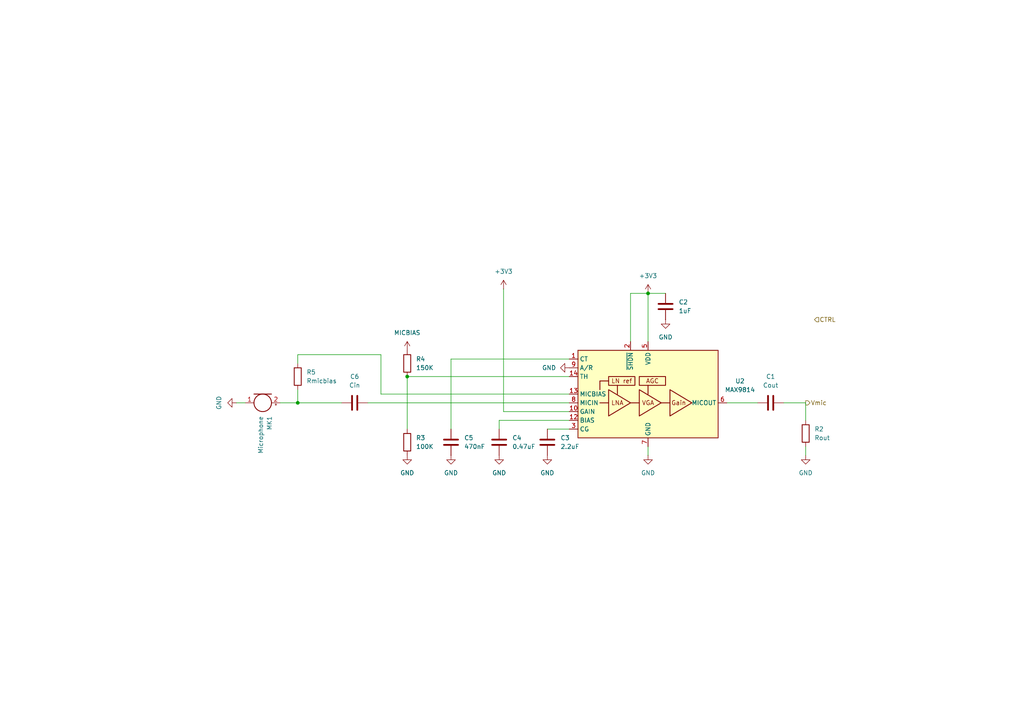
<source format=kicad_sch>
(kicad_sch (version 20231120) (generator "eeschema") (generator_version "8.0")
  (paper "A4")
  (title_block (company "Ege Turan") (comment 2 "Stanford, CA 94305") (comment 3 "Electrical Engineering Department") (comment 4 "Stanford University"))
  (lib_symbols
    (symbol "Amplifier_Audio:MAX9814"
      (property "Reference" "U" (at -20.32 13.97 0))
      (property "Value" "MAX9814" (at 11.43 13.97 0))
      (symbol "MAX9814_0_0"
        (rectangle (start -11.43 5.08) (end -3.81 2.54) (stroke (width 0.254)))
        (rectangle (start -2.54 5.08) (end 5.08 2.54) (stroke (width 0.254)))
        (polyline (pts (xy -11.43 -2.54) (xy -13.97 -2.54)) (stroke (width 0.254)))
        (polyline (pts (xy -8.89 2.54) (xy -8.89 0)) (stroke (width 0.254)))
        (polyline (pts (xy -2.54 -2.54) (xy -5.08 -2.54)) (stroke (width 0.254)))
        (polyline (pts (xy 0 2.54) (xy 0 0)) (stroke (width 0.254)))
        (polyline (pts (xy 3.81 -2.54) (xy 6.35 -2.54)) (stroke (width 0.254)))
        (polyline (pts (xy -11.43 3.81) (xy -13.97 3.81) (xy -13.97 1.27)) (stroke (width 0.254)))
        (polyline (pts (xy -5.08 -2.54) (xy -11.43 1.27) (xy -11.43 -6.35) (xy -5.08 -2.54)) (stroke (width 0.254)))
        (polyline (pts (xy 3.81 -2.54) (xy -2.54 1.27) (xy -2.54 -6.35) (xy 3.81 -2.54)) (stroke (width 0.254)))
        (polyline (pts (xy 12.7 -2.54) (xy 6.35 1.27) (xy 6.35 -6.35) (xy 12.7 -2.54)) (stroke (width 0.254)))
        (text "AGC" (at 1.27 3.81 0) (effects (font (size 1.27 1.27))))
        (text "Gain" (at 8.89 -2.54 0) (effects (font (size 1.27 1.27))))
        (text "LN ref" (at -7.62 3.81 0) (effects (font (size 1.27 1.27))))
        (text "LNA" (at -8.89 -2.54 0) (effects (font (size 1.27 1.27))))
        (text "VGA" (at 0 -2.54 0) (effects (font (size 1.27 1.27))))
      )
      (symbol "MAX9814_0_1"
        (rectangle (start -20.32 12.7) (end 20.32 -12.7) (stroke (width 0.254)) (fill (type background)))
      )
      (symbol "MAX9814_1_1"
        (pin input line (at -22.86 10.16 0) (length 2.54) (name "CT") (number "1"))
        (pin input line (at -22.86 -5.08 0) (length 2.54) (name "GAIN") (number "10"))
        (pin passive line (at 0 -15.24 90) (length 2.54) hide (name "GND") (number "11"))
        (pin passive line (at -22.86 -7.62 0) (length 2.54) (name "BIAS") (number "12"))
        (pin output line (at -22.86 0 0) (length 2.54) (name "MICBIAS") (number "13"))
        (pin input line (at -22.86 5.08 0) (length 2.54) (name "TH") (number "14"))
        (pin passive line (at 0 -15.24 90) (length 2.54) hide (name "GND") (number "15"))
        (pin input line (at -5.08 15.24 270) (length 2.54) (name "~{SHDN}") (number "2"))
        (pin passive line (at -22.86 -10.16 0) (length 2.54) (name "CG") (number "3"))
        (pin passive line (at 0 -15.24 90) (length 2.54) hide (name "GND") (number "4"))
        (pin power_in line (at 0 15.24 270) (length 2.54) (name "VDD") (number "5"))
        (pin output line (at 22.86 -2.54 180) (length 2.54) (name "MICOUT") (number "6"))
        (pin power_in line (at 0 -15.24 90) (length 2.54) (name "GND") (number "7"))
        (pin input line (at -22.86 -2.54 0) (length 2.54) (name "MICIN") (number "8"))
        (pin input line (at -22.86 7.62 0) (length 2.54) (name "A/R") (number "9"))
      )
    )
    (symbol "Device:C" (pin_numbers hide) (pin_names (offset 0.254))
      (property "Reference" "C" (at 0.635 2.54 0))
      (property "Value" "C" (at 0.635 -2.54 0))
      (symbol "C_0_1"
        (polyline (pts (xy -2.032 -0.762) (xy 2.032 -0.762)) (stroke (width 0.508)))
        (polyline (pts (xy -2.032 0.762) (xy 2.032 0.762)) (stroke (width 0.508)))
      )
      (symbol "C_1_1"
        (pin passive line (at 0 3.81 270) (length 2.794) (name "~") (number "1"))
        (pin passive line (at 0 -3.81 90) (length 2.794) (name "~") (number "2"))
      )
    )
    (symbol "Device:Microphone" (pin_names (offset 0.0254) hide)
      (property "Reference" "MK" (at -3.81 1.27 0))
      (property "Value" "Microphone" (at -3.81 -0.635 0))
      (symbol "Microphone_0_1"
        (polyline (pts (xy -2.54 2.54) (xy -2.54 -2.54)) (stroke (width 0.254)))
        (polyline (pts (xy 0.254 3.81) (xy 0.762 3.81)))
        (polyline (pts (xy 0.508 4.064) (xy 0.508 3.556)))
        (circle (center 0 0) (radius 2.54) (stroke (width 0.254)))
      )
      (symbol "Microphone_1_1"
        (pin passive line (at 0 -5.08 90) (length 2.54) (name "-") (number "1"))
        (pin passive line (at 0 5.08 270) (length 2.54) (name "+") (number "2"))
      )
    )
    (symbol "Device:R" (pin_numbers hide) (pin_names (offset 0))
      (property "Reference" "R" (at 2.032 0 90))
      (property "Value" "R" (at 0 0 90))
      (symbol "R_0_1"
        (rectangle (start -1.016 -2.54) (end 1.016 2.54) (stroke (width 0.254)))
      )
      (symbol "R_1_1"
        (pin passive line (at 0 3.81 270) (length 1.27) (name "~") (number "1"))
        (pin passive line (at 0 -3.81 90) (length 1.27) (name "~") (number "2"))
      )
    )
    (symbol "power:+3V3" (power) (pin_numbers hide) (pin_names (offset 0) hide)
      (property "Value" "+3V3" (at 0 3.556 0))
      (symbol "+3V3_0_1"
        (polyline (pts (xy -0.762 1.27) (xy 0 2.54)))
        (polyline (pts (xy 0 0) (xy 0 2.54)))
        (polyline (pts (xy 0 2.54) (xy 0.762 1.27)))
      )
      (symbol "+3V3_1_1"
        (pin power_in line (at 0 0 90) (length 0) (name "~") (number "1"))
      )
    )
    (symbol "power:GND" (power) (pin_numbers hide) (pin_names (offset 0) hide)
      (property "Value" "GND" (at 0 -3.81 0))
      (symbol "GND_0_1"
        (polyline (pts (xy 0 0) (xy 0 -1.27) (xy 1.27 -1.27) (xy 0 -2.54) (xy -1.27 -1.27) (xy 0 -1.27)))
      )
      (symbol "GND_1_1"
        (pin power_in line (at 0 0 270) (length 0) (name "~") (number "1"))
      )
    )
  )
  (junction (at 86.36 116.84))
  (junction (at 118.11 109.22))
  (junction (at 187.96 85.09))
  (wire (pts (xy 187.96 85.09) (xy 187.96 99.06)))
  (wire (pts (xy 144.78 121.92) (xy 144.78 124.46)))
  (wire (pts (xy 130.81 124.46) (xy 130.81 104.14)))
  (wire (pts (xy 187.96 85.09) (xy 193.04 85.09)))
  (wire (pts (xy 81.28 116.84) (xy 86.36 116.84)))
  (wire (pts (xy 86.36 116.84) (xy 99.06 116.84)))
  (wire (pts (xy 187.96 129.54) (xy 187.96 132.08)))
  (wire (pts (xy 106.68 116.84) (xy 165.1 116.84)))
  (wire (pts (xy 233.68 129.54) (xy 233.68 132.08)))
  (wire (pts (xy 130.81 104.14) (xy 165.1 104.14)))
  (wire (pts (xy 158.75 124.46) (xy 165.1 124.46)))
  (wire (pts (xy 110.49 102.87) (xy 86.36 102.87)))
  (wire (pts (xy 86.36 113.03) (xy 86.36 116.84)))
  (wire (pts (xy 118.11 109.22) (xy 165.1 109.22)))
  (wire (pts (xy 182.88 85.09) (xy 187.96 85.09)))
  (wire (pts (xy 110.49 114.3) (xy 165.1 114.3)))
  (wire (pts (xy 146.05 83.82) (xy 146.05 119.38)))
  (wire (pts (xy 118.11 109.22) (xy 118.11 124.46)))
  (wire (pts (xy 165.1 121.92) (xy 144.78 121.92)))
  (wire (pts (xy 210.82 116.84) (xy 219.71 116.84)))
  (wire (pts (xy 86.36 102.87) (xy 86.36 105.41)))
  (wire (pts (xy 110.49 114.3) (xy 110.49 102.87)))
  (wire (pts (xy 182.88 85.09) (xy 182.88 99.06)))
  (wire (pts (xy 71.12 116.84) (xy 68.58 116.84)))
  (wire (pts (xy 146.05 119.38) (xy 165.1 119.38)))
  (wire (pts (xy 227.33 116.84) (xy 233.68 116.84)))
  (wire (pts (xy 233.68 116.84) (xy 233.68 121.92)))
  (hierarchical_label "CTRL" (shape input) (at 236.22 92.71 0))
  (hierarchical_label "Vmic" (shape output) (at 233.68 116.84 0))
  (symbol (lib_id "Amplifier_Audio:MAX9814") (at 187.96 114.3 0) (unit 1)
    (property "Reference" "U2" (at 214.63 110.5214 0))
    (property "Value" "MAX9814" (at 214.63 113.0614 0))
    (property "Footprint" "Package_DFN_QFN:DFN-14-1EP_3x3mm_P0.4mm_EP1.78x2.35mm" (effects (hide yes)))
    (property "Datasheet" "https://datasheets.maximintegrated.com/en/ds/MAX9814.pdf" (effects (hide yes)))
    (property "Description" "Microphone Amplifier with AGC and Low-Noise Microphone Bias, TDFN-14" (effects (hide yes)))
  )
  (symbol (lib_id "power:GND") (at 130.81 132.08 0) (unit 1)
    (property "Reference" "#PWR012" (effects (hide yes)))
    (property "Value" "GND" (at 130.81 137.16 0))
    (property "Description" "Power symbol creates a global label with name \"GND\" , ground" (effects (hide yes)))
  )
  (symbol (lib_id "power:GND") (at 158.75 132.08 0) (unit 1)
    (property "Reference" "#PWR09" (effects (hide yes)))
    (property "Value" "GND" (at 158.75 137.16 0))
    (property "Description" "Power symbol creates a global label with name \"GND\" , ground" (effects (hide yes)))
  )
  (symbol (lib_id "Device:R") (at 233.68 125.73 0) (unit 1)
    (property "Reference" "R2" (at 236.22 124.4599 0) (effects (justify left)))
    (property "Value" "Rout" (at 236.22 126.9999 0) (effects (justify left)))
    (property "Description" "Resistor" (effects (hide yes)))
  )
  (symbol (lib_id "power:+3V3") (at 146.05 83.82 0) (unit 1)
    (property "Reference" "#PWR010" (effects (hide yes)))
    (property "Value" "+3V3" (at 146.05 78.74 0))
    (property "Description" "Power symbol creates a global label with name \"+3V3\"" (effects (hide yes)))
  )
  (symbol (lib_id "power:+3V3") (at 187.96 85.09 0) (unit 1)
    (property "Reference" "#PWR07" (effects (hide yes)))
    (property "Value" "+3V3" (at 187.96 80.01 0))
    (property "Description" "Power symbol creates a global label with name \"+3V3\"" (effects (hide yes)))
  )
  (symbol (lib_id "power:GND") (at 68.58 116.84 270) (unit 1)
    (property "Reference" "#PWR015" (effects (hide yes)))
    (property "Value" "GND" (at 63.5 116.84 0))
    (property "Description" "Power symbol creates a global label with name \"GND\" , ground" (effects (hide yes)))
  )
  (symbol (lib_id "power:GND") (at 193.04 92.71 0) (unit 1)
    (property "Reference" "#PWR05" (effects (hide yes)))
    (property "Value" "GND" (at 193.04 97.79 0))
    (property "Description" "Power symbol creates a global label with name \"GND\" , ground" (effects (hide yes)))
  )
  (symbol (lib_id "Device:C") (at 130.81 128.27 0) (unit 1)
    (property "Reference" "C5" (at 134.62 126.9999 0) (effects (justify left)))
    (property "Value" "470nF" (at 134.62 129.5399 0) (effects (justify left)))
    (property "Description" "Unpolarized capacitor" (effects (hide yes)))
  )
  (symbol (lib_id "power:GND") (at 233.68 132.08 0) (unit 1)
    (property "Reference" "#PWR04" (effects (hide yes)))
    (property "Value" "GND" (at 233.68 137.16 0))
    (property "Description" "Power symbol creates a global label with name \"GND\" , ground" (effects (hide yes)))
  )
  (symbol (lib_id "Device:C") (at 144.78 128.27 0) (unit 1)
    (property "Reference" "C4" (at 148.59 126.9999 0) (effects (justify left)))
    (property "Value" "0.47uF" (at 148.59 129.5399 0) (effects (justify left)))
    (property "Description" "Unpolarized capacitor" (effects (hide yes)))
  )
  (symbol (lib_id "Device:C") (at 158.75 128.27 0) (unit 1)
    (property "Reference" "C3" (at 162.56 126.9999 0) (effects (justify left)))
    (property "Value" "2.2uF" (at 162.56 129.5399 0) (effects (justify left)))
    (property "Description" "Unpolarized capacitor" (effects (hide yes)))
  )
  (symbol (lib_id "Device:Microphone") (at 76.2 116.84 270) (unit 1)
    (property "Reference" "MK1" (at 78.1686 120.65 0) (effects (justify left)))
    (property "Value" "Microphone" (at 75.6286 120.65 0) (effects (justify left)))
    (property "Description" "Microphone" (effects (hide yes)))
  )
  (symbol (lib_id "power:GND") (at 165.1 106.68 270) (unit 1)
    (property "Reference" "#PWR08" (effects (hide yes)))
    (property "Value" "GND" (at 161.29 106.6799 90) (effects (justify right)))
    (property "Description" "Power symbol creates a global label with name \"GND\" , ground" (effects (hide yes)))
  )
  (symbol (lib_id "power:GND") (at 118.11 132.08 0) (unit 1)
    (property "Reference" "#PWR013" (effects (hide yes)))
    (property "Value" "GND" (at 118.11 137.16 0))
    (property "Description" "Power symbol creates a global label with name \"GND\" , ground" (effects (hide yes)))
  )
  (symbol (lib_id "power:+3V3") (at 118.11 101.6 0) (unit 1)
    (property "Reference" "#PWR014" (effects (hide yes)))
    (property "Value" "MICBIAS" (at 118.11 96.52 0))
    (property "Description" "Power symbol creates a global label with name \"+3V3\"" (effects (hide yes)))
  )
  (symbol (lib_id "Device:C") (at 193.04 88.9 0) (unit 1)
    (property "Reference" "C2" (at 196.85 87.6299 0) (effects (justify left)))
    (property "Value" "1uF" (at 196.85 90.1699 0) (effects (justify left)))
    (property "Description" "Unpolarized capacitor" (effects (hide yes)))
  )
  (symbol (lib_id "Device:R") (at 118.11 128.27 0) (unit 1)
    (property "Reference" "R3" (at 120.65 126.9999 0) (effects (justify left)))
    (property "Value" "100K" (at 120.65 129.5399 0) (effects (justify left)))
    (property "Description" "Resistor" (effects (hide yes)))
  )
  (symbol (lib_id "Device:R") (at 118.11 105.41 0) (unit 1)
    (property "Reference" "R4" (at 120.65 104.1399 0) (effects (justify left)))
    (property "Value" "150K" (at 120.65 106.6799 0) (effects (justify left)))
    (property "Description" "Resistor" (effects (hide yes)))
  )
  (symbol (lib_id "Device:R") (at 86.36 109.22 0) (unit 1)
    (property "Reference" "R5" (at 88.9 107.9499 0) (effects (justify left)))
    (property "Value" "Rmicbias" (at 88.9 110.4899 0) (effects (justify left)))
    (property "Description" "Resistor" (effects (hide yes)))
  )
  (symbol (lib_id "power:GND") (at 187.96 132.08 0) (unit 1)
    (property "Reference" "#PWR06" (effects (hide yes)))
    (property "Value" "GND" (at 187.96 137.16 0))
    (property "Description" "Power symbol creates a global label with name \"GND\" , ground" (effects (hide yes)))
  )
  (symbol (lib_id "Device:C") (at 102.87 116.84 90) (unit 1)
    (property "Reference" "C6" (at 102.87 109.22 90))
    (property "Value" "Cin" (at 102.87 111.76 90))
    (property "Description" "Unpolarized capacitor" (effects (hide yes)))
  )
  (symbol (lib_id "Device:C") (at 223.52 116.84 90) (unit 1)
    (property "Reference" "C1" (at 223.52 109.22 90))
    (property "Value" "Cout" (at 223.52 111.76 90))
    (property "Description" "Unpolarized capacitor" (effects (hide yes)))
  )
  (symbol (lib_id "power:GND") (at 144.78 132.08 0) (unit 1)
    (property "Reference" "#PWR011" (effects (hide yes)))
    (property "Value" "GND" (at 144.78 137.16 0))
    (property "Description" "Power symbol creates a global label with name \"GND\" , ground" (effects (hide yes)))
  )
)
</source>
